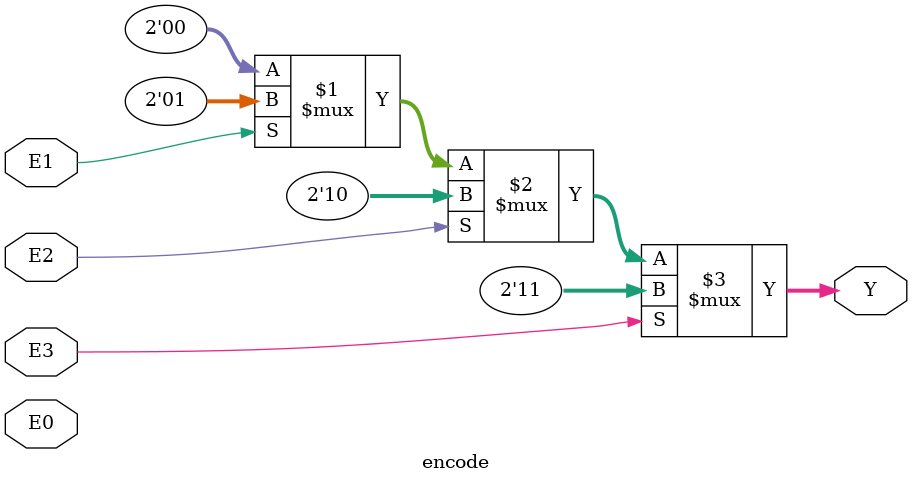
<source format=v>
module encode(E0,E1,E2,E3,Y);
input E0,E1,E2,E3;
output [1:0]Y;
assign Y=(E3)?2'b11:(E2)?2'b10:(E1)?2'b01:2'b00;
endmodule            

</source>
